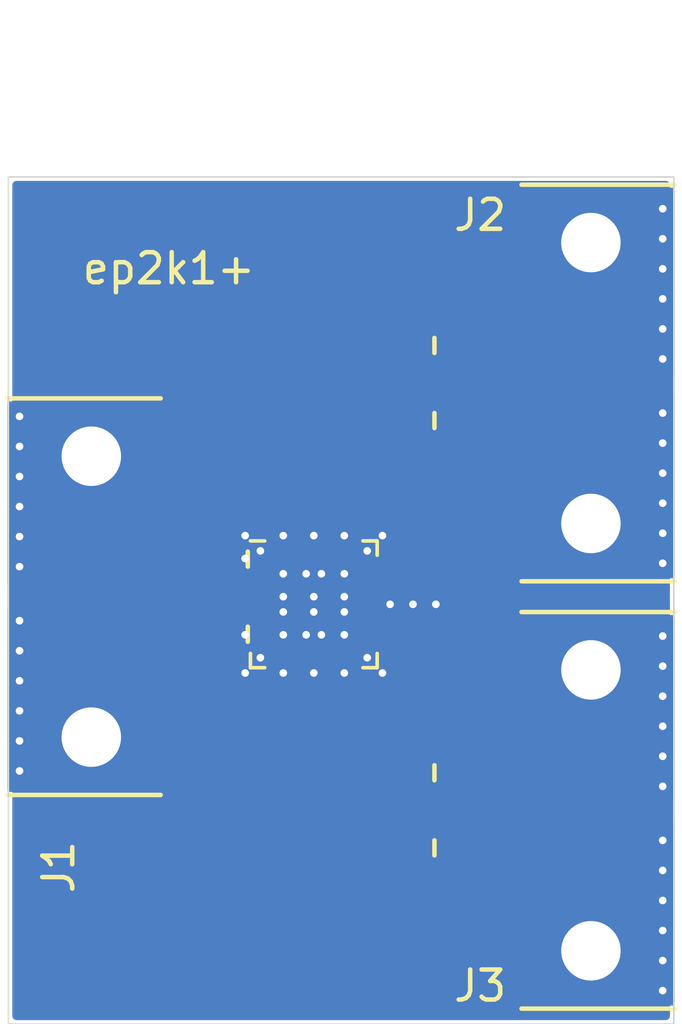
<source format=kicad_pcb>
(kicad_pcb (version 20201220) (generator pcbnew)
  (layers (0 "F.Cu" signal) (1 "In1.Cu" signal) (2 "In2.Cu" signal) (31 "B.Cu" signal) (34 "B.Paste" user) (35 "F.Paste" user) (36 "B.SilkS" user "B.Silkscreen") (37 "F.SilkS" user "F.Silkscreen") (38 "B.Mask" user) (39 "F.Mask" user) (44 "Edge.Cuts" user))
  (net 0 "")
  (net 1 "GND")
  (net 2 "Net-(J1-Pad1)")
  (net 3 "Net-(U1-Pad17)")
  (net 4 "Net-(J3-Pad1)")
  (footprint "jtk_rf_footprints:DG1847" (layer "F.Cu") (at 112.268 114.554)
    (fp_text reference "U1" hide)
    (fp_text value "EP2K1+")
    (fp_line (start 2.11 -2.11) (end 2.11 -1.635) (layer "F.SilkS") (width 0.12))
    (fp_line (start 1.635 -2.11) (end 2.11 -2.11) (layer "F.SilkS") (width 0.12))
    (fp_line (start 1.635 2.11) (end 2.11 2.11) (layer "F.SilkS") (width 0.12))
    (fp_line (start -2.11 2.11) (end -2.11 1.635) (layer "F.SilkS") (width 0.12))
    (fp_line (start -1.635 -2.11) (end -2.11 -2.11) (layer "F.SilkS") (width 0.12))
    (fp_line (start 2.11 2.11) (end 2.11 1.635) (layer "F.SilkS") (width 0.12))
    (fp_line (start -1.635 2.11) (end -2.11 2.11) (layer "F.SilkS") (width 0.12))
    (pad "1" smd roundrect (at -1.8525 -1.25) (size 0.51 0.3) (layers "F.Cu" "F.Paste" "F.Mask") (net 1 "GND"))
    (pad "2" smd roundrect (at -1.8525 -0.75) (size 0.51 0.3) (layers "F.Cu" "F.Paste" "F.Mask") (net 1 "GND"))
    (pad "3" smd roundrect (at -1.8525 -0.25) (size 0.51 0.3) (layers "F.Cu" "F.Paste" "F.Mask") (net 2 "Net-(J1-Pad1)"))
    (pad "4" smd roundrect (at -1.8525 0.25) (size 0.51 0.3) (layers "F.Cu" "F.Paste" "F.Mask") (net 1 "GND"))
    (pad "5" smd roundrect (at -1.8525 0.75) (size 0.51 0.3) (layers "F.Cu" "F.Paste" "F.Mask") (net 1 "GND"))
    (pad "6" smd roundrect (at -1.8525 1.25) (size 0.51 0.3) (layers "F.Cu" "F.Paste" "F.Mask") (net 1 "GND"))
    (pad "7" smd roundrect (at -1.25 1.8525 90) (size 0.51 0.3) (layers "F.Cu" "F.Paste" "F.Mask") (net 1 "GND"))
    (pad "8" smd roundrect (at -0.75 1.8525 90) (size 0.51 0.3) (layers "F.Cu" "F.Paste" "F.Mask") (net 1 "GND"))
    (pad "9" smd roundrect (at -0.25 1.8525 90) (size 0.51 0.3) (layers "F.Cu" "F.Paste" "F.Mask") (net 1 "GND"))
    (pad "10" smd roundrect (at 0.25 1.8525 90) (size 0.51 0.3) (layers "F.Cu" "F.Paste" "F.Mask") (net 1 "GND"))
    (pad "11" smd roundrect (at 0.75 1.8525 90) (size 0.51 0.3) (layers "F.Cu" "F.Paste" "F.Mask") (net 1 "GND"))
    (pad "12" smd roundrect (at 1.25 1.8525 90) (size 0.51 0.3) (layers "F.Cu" "F.Paste" "F.Mask") (net 1 "GND"))
    (pad "13" smd roundrect (at 1.8525 1.25) (size 0.51 0.3) (layers "F.Cu" "F.Paste" "F.Mask") (net 1 "GND"))
    (pad "14" smd roundrect (at 1.8525 0.75) (size 0.51 0.3) (layers "F.Cu" "F.Paste" "F.Mask") (net 4 "Net-(J3-Pad1)"))
    (pad "15" smd roundrect (at 1.8525 0.25) (size 0.51 0.3) (layers "F.Cu" "F.Paste" "F.Mask") (net 1 "GND"))
    (pad "16" smd roundrect (at 1.8525 -0.25) (size 0.51 0.3) (layers "F.Cu" "F.Paste" "F.Mask") (net 1 "GND"))
    (pad "17" smd roundrect (at 1.8525 -0.75) (size 0.51 0.3) (layers "F.Cu" "F.Paste" "F.Mask") (net 3 "Net-(U1-Pad17)"))
    (pad "18" smd roundrect (at 1.8525 -1.25) (size 0.51 0.3) (layers "F.Cu" "F.Paste" "F.Mask") (net 1 "GND"))
    (pad "19" smd roundrect (at 1.25 -1.8525 90) (size 0.51 0.3) (layers "F.Cu" "F.Paste" "F.Mask") (net 1 "GND"))
    (pad "20" smd roundrect (at 0.75 -1.8525 90) (size 0.51 0.3) (layers "F.Cu" "F.Paste" "F.Mask") (net 1 "GND"))
    (pad "21" smd roundrect (at 0.25 -1.8525 90) (size 0.51 0.3) (layers "F.Cu" "F.Paste" "F.Mask") (net 1 "GND"))
    (pad "22" smd roundrect (at -0.25 -1.8525 90) (size 0.51 0.3) (layers "F.Cu" "F.Paste" "F.Mask") (net 1 "GND"))
    (pad "23" smd roundrect (at -0.75 -1.8525 90) (size 0.51 0.3) (layers "F.Cu" "F.Paste" "F.Mask") (net 1 "GND"))
    (pad "24" smd roundrect (at -1.25 -1.8525 90) (size 0.51 0.3) (layers "F.Cu" "F.Paste" "F.Mask") (net 1 "GND"))
    (pad "25" smd rect (at 0 0) (size 2.59 2.59) (layers "F.Cu" "F.Mask") (net 1 "GND"))
  )
  (footprint "jtk_rf_footprints:sw_edge_oshpark_4layer" (layer "F.Cu") (at 124.285001 121.412 -90)
    (fp_text reference "J3" (at 5.842 6.477001 180) (layer "F.SilkS"))
    (fp_text value "Conn_Coaxial")
    (fp_line (start -1 8) (end -1.5 8) (layer "F.SilkS") (width 0.15))
    (fp_line (start -6.6 0) (end -6.6 5) (layer "F.SilkS") (width 0.15))
    (fp_line (start 1 8) (end 1.5 8) (layer "F.SilkS") (width 0.15))
    (fp_line (start 6.6 0) (end 6.6 5.1) (layer "F.SilkS") (width 0.15))
    (fp_line (start -6.6 5) (end -6.6 5.1) (layer "F.SilkS") (width 0.15))
    (pad "1" smd rect (at 0 3.04 270) (size 0.41 4.08) (layers "F.Cu") (net 4 "Net-(J3-Pad1)"))
    (pad "1" smd trapezoid (at 0 0.55 270) (size 0.3 0.95) (rect_delta 0 0.11) (layers "F.Cu" "F.Mask") (net 4 "Net-(J3-Pad1)"))
    (pad "2" thru_hole circle (at -5.8 0.4 270) (size 0.5 0.5) (drill 0.254) (layers *.Cu *.Mask) (net 1 "GND"))
    (pad "2" smd trapezoid (at 3.4 0.7 270) (size 5.8 0.2) (rect_delta 0 -0.2) (layers "F.Cu" "F.Mask") (net 1 "GND"))
    (pad "2" thru_hole circle (at -4.8 0.4 270) (size 0.5 0.5) (drill 0.254) (layers *.Cu *.Mask) (net 1 "GND"))
    (pad "2" thru_hole circle (at -4.675 2.79 270) (size 3 3) (drill 1.98) (layers *.Cu *.Mask) (net 1 "GND"))
    (pad "2" smd rect (at -4.775 2.85 90) (size 3.25 4.5) (layers "F.Cu" "F.Mask") (net 1 "GND"))
    (pad "2" smd rect (at 3.4 0.3 90) (size 6 0.6) (layers "F.Cu" "F.Mask") (net 1 "GND"))
    (pad "2" thru_hole circle (at -3.8 0.4 270) (size 0.5 0.5) (drill 0.254) (layers *.Cu *.Mask) (net 1 "GND"))
    (pad "2" smd trapezoid (at -3.4 0.7 270) (size 5.8 0.2) (rect_delta 0 -0.2) (layers "F.Cu" "F.Mask") (net 1 "GND"))
    (pad "2" smd rect (at -3.4 0.3 90) (size 6 0.6) (layers "F.Cu" "F.Mask") (net 1 "GND"))
    (pad "2" thru_hole circle (at -0.8 0.4 270) (size 0.5 0.5) (drill 0.254) (layers *.Cu *.Mask) (net 1 "GND"))
    (pad "2" thru_hole circle (at 6 0.4 270) (size 0.5 0.5) (drill 0.254) (layers *.Cu *.Mask) (net 1 "GND"))
    (pad "2" thru_hole circle (at -1.8 0.4 270) (size 0.5 0.5) (drill 0.254) (layers *.Cu *.Mask) (net 1 "GND"))
    (pad "2" thru_hole circle (at 4 0.4 270) (size 0.5 0.5) (drill 0.254) (layers *.Cu *.Mask) (net 1 "GND"))
    (pad "2" smd rect (at 0 2.55 90) (size 13 5.1) (layers "B.Cu" "B.Mask") (net 1 "GND"))
    (pad "2" thru_hole circle (at 2 0.4 270) (size 0.5 0.5) (drill 0.254) (layers *.Cu *.Mask) (net 1 "GND"))
    (pad "2" thru_hole circle (at 5 0.4 270) (size 0.5 0.5) (drill 0.254) (layers *.Cu *.Mask) (net 1 "GND"))
    (pad "2" thru_hole circle (at 1 0.4 270) (size 0.5 0.5) (drill 0.254) (layers *.Cu *.Mask) (net 1 "GND"))
    (pad "2" thru_hole circle (at 4.675 2.79 270) (size 3 3) (drill 1.98) (layers *.Cu *.Mask) (net 1 "GND"))
    (pad "2" thru_hole circle (at 3 0.4 270) (size 0.5 0.5) (drill 0.254) (layers *.Cu *.Mask) (net 1 "GND"))
    (pad "2" smd rect (at 4.775 2.85 90) (size 3.25 4.5) (layers "F.Cu" "F.Mask") (net 1 "GND"))
    (pad "2" thru_hole circle (at -2.8 0.4 270) (size 0.5 0.5) (drill 0.254) (layers *.Cu *.Mask) (net 1 "GND"))
  )
  (footprint "jtk_rf_footprints:sw_edge_oshpark_4layer" (layer "F.Cu") (at 102.07 114.3 90)
    (fp_text reference "J1" (at -9 1.7 90) (layer "F.SilkS"))
    (fp_text value "Conn_Coaxial")
    (fp_line (start -6.6 5) (end -6.6 5.1) (layer "F.SilkS") (width 0.15))
    (fp_line (start 1 8) (end 1.5 8) (layer "F.SilkS") (width 0.15))
    (fp_line (start 6.6 0) (end 6.6 5.1) (layer "F.SilkS") (width 0.15))
    (fp_line (start -6.6 0) (end -6.6 5) (layer "F.SilkS") (width 0.15))
    (fp_line (start -1 8) (end -1.5 8) (layer "F.SilkS") (width 0.15))
    (pad "1" smd rect (at 0 3.04 90) (size 0.41 4.08) (layers "F.Cu") (net 2 "Net-(J1-Pad1)"))
    (pad "1" smd trapezoid (at 0 0.55 90) (size 0.3 0.95) (rect_delta 0 0.11) (layers "F.Cu" "F.Mask") (net 2 "Net-(J1-Pad1)"))
    (pad "2" thru_hole circle (at 5 0.4 90) (size 0.5 0.5) (drill 0.254) (layers *.Cu *.Mask) (net 1 "GND"))
    (pad "2" thru_hole circle (at 2 0.4 90) (size 0.5 0.5) (drill 0.254) (layers *.Cu *.Mask) (net 1 "GND"))
    (pad "2" smd trapezoid (at 3.4 0.7 90) (size 5.8 0.2) (rect_delta 0 -0.2) (layers "F.Cu" "F.Mask") (net 1 "GND"))
    (pad "2" thru_hole circle (at -0.8 0.4 90) (size 0.5 0.5) (drill 0.254) (layers *.Cu *.Mask) (net 1 "GND"))
    (pad "2" smd rect (at 3.4 0.3 270) (size 6 0.6) (layers "F.Cu" "F.Mask") (net 1 "GND"))
    (pad "2" smd rect (at 4.775 2.85 270) (size 3.25 4.5) (layers "F.Cu" "F.Mask") (net 1 "GND"))
    (pad "2" thru_hole circle (at -5.8 0.4 90) (size 0.5 0.5) (drill 0.254) (layers *.Cu *.Mask) (net 1 "GND"))
    (pad "2" thru_hole circle (at -4.8 0.4 90) (size 0.5 0.5) (drill 0.254) (layers *.Cu *.Mask) (net 1 "GND"))
    (pad "2" thru_hole circle (at -3.8 0.4 90) (size 0.5 0.5) (drill 0.254) (layers *.Cu *.Mask) (net 1 "GND"))
    (pad "2" thru_hole circle (at 3 0.4 90) (size 0.5 0.5) (drill 0.254) (layers *.Cu *.Mask) (net 1 "GND"))
    (pad "2" thru_hole circle (at 6 0.4 90) (size 0.5 0.5) (drill 0.254) (layers *.Cu *.Mask) (net 1 "GND"))
    (pad "2" thru_hole circle (at -1.8 0.4 90) (size 0.5 0.5) (drill 0.254) (layers *.Cu *.Mask) (net 1 "GND"))
    (pad "2" thru_hole circle (at 4.675 2.79 90) (size 3 3) (drill 1.98) (layers *.Cu *.Mask) (net 1 "GND"))
    (pad "2" smd trapezoid (at -3.4 0.7 90) (size 5.8 0.2) (rect_delta 0 -0.2) (layers "F.Cu" "F.Mask") (net 1 "GND"))
    (pad "2" thru_hole circle (at -2.8 0.4 90) (size 0.5 0.5) (drill 0.254) (layers *.Cu *.Mask) (net 1 "GND"))
    (pad "2" smd rect (at 0 2.55 270) (size 13 5.1) (layers "B.Cu" "B.Mask") (net 1 "GND"))
    (pad "2" thru_hole circle (at 4 0.4 90) (size 0.5 0.5) (drill 0.254) (layers *.Cu *.Mask) (net 1 "GND"))
    (pad "2" thru_hole circle (at -4.675 2.79 90) (size 3 3) (drill 1.98) (layers *.Cu *.Mask) (net 1 "GND"))
    (pad "2" smd rect (at -4.775 2.85 270) (size 3.25 4.5) (layers "F.Cu" "F.Mask") (net 1 "GND"))
    (pad "2" smd rect (at -3.4 0.3 270) (size 6 0.6) (layers "F.Cu" "F.Mask") (net 1 "GND"))
    (pad "2" thru_hole circle (at 1 0.4 90) (size 0.5 0.5) (drill 0.254) (layers *.Cu *.Mask) (net 1 "GND"))
  )
  (footprint "jtk_rf_footprints:sw_edge_oshpark_4layer" (layer "F.Cu") (at 124.285001 107.188 -90)
    (fp_text reference "J2" (at -5.588 6.477001 180) (layer "F.SilkS"))
    (fp_text value "Conn_Coaxial")
    (fp_line (start -6.6 0) (end -6.6 5) (layer "F.SilkS") (width 0.15))
    (fp_line (start 6.6 0) (end 6.6 5.1) (layer "F.SilkS") (width 0.15))
    (fp_line (start 1 8) (end 1.5 8) (layer "F.SilkS") (width 0.15))
    (fp_line (start -6.6 5) (end -6.6 5.1) (layer "F.SilkS") (width 0.15))
    (fp_line (start -1 8) (end -1.5 8) (layer "F.SilkS") (width 0.15))
    (pad "1" smd rect (at 0 3.04 270) (size 0.41 4.08) (layers "F.Cu") (net 3 "Net-(U1-Pad17)"))
    (pad "1" smd trapezoid (at 0 0.55 270) (size 0.3 0.95) (rect_delta 0 0.11) (layers "F.Cu" "F.Mask") (net 3 "Net-(U1-Pad17)"))
    (pad "2" thru_hole circle (at -2.8 0.4 270) (size 0.5 0.5) (drill 0.254) (layers *.Cu *.Mask) (net 1 "GND"))
    (pad "2" smd rect (at 0 2.55 90) (size 13 5.1) (layers "B.Cu" "B.Mask") (net 1 "GND"))
    (pad "2" thru_hole circle (at -4.675 2.79 270) (size 3 3) (drill 1.98) (layers *.Cu *.Mask) (net 1 "GND"))
    (pad "2" thru_hole circle (at -1.8 0.4 270) (size 0.5 0.5) (drill 0.254) (layers *.Cu *.Mask) (net 1 "GND"))
    (pad "2" thru_hole circle (at 4 0.4 270) (size 0.5 0.5) (drill 0.254) (layers *.Cu *.Mask) (net 1 "GND"))
    (pad "2" thru_hole circle (at 4.675 2.79 270) (size 3 3) (drill 1.98) (layers *.Cu *.Mask) (net 1 "GND"))
    (pad "2" smd rect (at 3.4 0.3 90) (size 6 0.6) (layers "F.Cu" "F.Mask") (net 1 "GND"))
    (pad "2" thru_hole circle (at -0.8 0.4 270) (size 0.5 0.5) (drill 0.254) (layers *.Cu *.Mask) (net 1 "GND"))
    (pad "2" thru_hole circle (at 6 0.4 270) (size 0.5 0.5) (drill 0.254) (layers *.Cu *.Mask) (net 1 "GND"))
    (pad "2" thru_hole circle (at 2 0.4 270) (size 0.5 0.5) (drill 0.254) (layers *.Cu *.Mask) (net 1 "GND"))
    (pad "2" smd rect (at -4.775 2.85 90) (size 3.25 4.5) (layers "F.Cu" "F.Mask") (net 1 "GND"))
    (pad "2" thru_hole circle (at -4.8 0.4 270) (size 0.5 0.5) (drill 0.254) (layers *.Cu *.Mask) (net 1 "GND"))
    (pad "2" thru_hole circle (at 1 0.4 270) (size 0.5 0.5) (drill 0.254) (layers *.Cu *.Mask) (net 1 "GND"))
    (pad "2" smd rect (at -3.4 0.3 90) (size 6 0.6) (layers "F.Cu" "F.Mask") (net 1 "GND"))
    (pad "2" thru_hole circle (at -5.8 0.4 270) (size 0.5 0.5) (drill 0.254) (layers *.Cu *.Mask) (net 1 "GND"))
    (pad "2" smd trapezoid (at -3.4 0.7 270) (size 5.8 0.2) (rect_delta 0 -0.2) (layers "F.Cu" "F.Mask") (net 1 "GND"))
    (pad "2" smd trapezoid (at 3.4 0.7 270) (size 5.8 0.2) (rect_delta 0 -0.2) (layers "F.Cu" "F.Mask") (net 1 "GND"))
    (pad "2" thru_hole circle (at 3 0.4 270) (size 0.5 0.5) (drill 0.254) (layers *.Cu *.Mask) (net 1 "GND"))
    (pad "2" smd rect (at 4.775 2.85 90) (size 3.25 4.5) (layers "F.Cu" "F.Mask") (net 1 "GND"))
    (pad "2" thru_hole circle (at -3.8 0.4 270) (size 0.5 0.5) (drill 0.254) (layers *.Cu *.Mask) (net 1 "GND"))
    (pad "2" thru_hole circle (at 5 0.4 270) (size 0.5 0.5) (drill 0.254) (layers *.Cu *.Mask) (net 1 "GND"))
  )
  (gr_rect (start 102.1 100.33) (end 124.2568 128.524) (layer "Edge.Cuts") (width 0.05) (fill none))
  (gr_text "ep2k1+" (at 107.442 103.378) (layer "F.SilkS") (effects (font (size 1 1))))
  (segment (start 112.518 114.304) (end 112.268 114.554) (width 0.3) (layer "F.Cu") (net 1))
  (segment (start 113.4564 113.304) (end 113.3348 113.1824) (width 0.3) (layer "F.Cu") (net 1))
  (segment (start 111.518 113.804) (end 112.268 114.554) (width 0.3) (layer "F.Cu") (net 1))
  (segment (start 110.4155 113.804) (end 111.518 113.804) (width 0.3) (layer "F.Cu") (net 1))
  (segment (start 110.4155 114.804) (end 110.4155 115.304) (width 0.3) (layer "F.Cu") (net 1))
  (segment (start 113.518 116.4065) (end 113.518 115.9672) (width 0.3) (layer "F.Cu") (net 1))
  (segment (start 112.518 114.804) (end 112.268 114.554) (width 0.3) (layer "F.Cu") (net 1))
  (segment (start 114.1205 114.5269) (end 114.1476 114.554) (width 0.3) (layer "F.Cu") (net 1))
  (segment (start 110.4155 114.804) (end 112.018 114.804) (width 0.3) (layer "F.Cu") (net 1))
  (segment (start 113.518 115.9672) (end 113.3548 115.804) (width 0.3) (layer "F.Cu") (net 1))
  (segment (start 114.1205 114.304) (end 114.1205 114.5269) (width 0.3) (layer "F.Cu") (net 1))
  (segment (start 114.1205 115.804) (end 113.3548 115.804) (width 0.3) (layer "F.Cu") (net 1))
  (segment (start 110.4155 113.804) (end 110.4155 113.304) (width 0.3) (layer "F.Cu") (net 1))
  (segment (start 114.1476 114.554) (end 116.4336 114.554) (width 0.5) (layer "F.Cu") (net 1))
  (segment (start 113.3548 115.804) (end 113.2332 115.9256) (width 0.3) (layer "F.Cu") (net 1))
  (segment (start 114.1205 113.304) (end 113.4564 113.304) (width 0.3) (layer "F.Cu") (net 1))
  (segment (start 112.018 114.804) (end 112.268 114.554) (width 0.3) (layer "F.Cu") (net 1))
  (segment (start 114.1205 114.804) (end 112.518 114.804) (width 0.3) (layer "F.Cu") (net 1))
  (segment (start 114.1205 112.8505) (end 114.0968 112.8268) (width 0.3) (layer "F.Cu") (net 1))
  (segment (start 114.1205 114.304) (end 112.518 114.304) (width 0.3) (layer "F.Cu") (net 1))
  (segment (start 114.1476 114.554) (end 115.9256 114.554) (width 0.3) (layer "F.Cu") (net 1))
  (segment (start 114.1205 113.304) (end 114.1205 112.8505) (width 0.3) (layer "F.Cu") (net 1))
  (via (at 114.046 116.332) (size 0.48) (drill 0.254) (layers "F.Cu" "B.Cu") (net 1))
  (via (at 112.268 114.808) (size 0.48) (drill 0.254) (layers "F.Cu" "B.Cu") (net 1))
  (via (at 112.268 112.268) (size 0.48) (drill 0.254) (layers "F.Cu" "B.Cu") (net 1))
  (via (at 116.332 114.554) (size 0.48) (drill 0.254) (layers "F.Cu" "B.Cu") (net 1))
  (via (at 114.808 114.554) (size 0.48) (drill 0.254) (layers "F.Cu" "B.Cu") (net 1))
  (via (at 111.252 113.538) (size 0.48) (drill 0.254) (layers "F.Cu" "B.Cu") (net 1))
  (via (at 111.252 114.3) (size 0.48) (drill 0.254) (layers "F.Cu" "B.Cu") (net 1))
  (via (at 112.268 114.3) (size 0.48) (drill 0.254) (layers "F.Cu" "B.Cu") (net 1))
  (via (at 113.284 114.808) (size 0.48) (drill 0.254) (layers "F.Cu" "B.Cu") (net 1))
  (via (at 109.982 113.03) (size 0.48) (drill 0.254) (layers "F.Cu" "B.Cu") (net 1))
  (via (at 111.252 116.84) (size 0.48) (drill 0.254) (layers "F.Cu" "B.Cu") (net 1))
  (via (at 112.014 115.57) (size 0.48) (drill 0.254) (layers "F.Cu" "B.Cu") (net 1))
  (via (at 113.284 116.84) (size 0.48) (drill 0.254) (layers "F.Cu" "B.Cu") (net 1))
  (via (at 112.268 116.84) (size 0.48) (drill 0.254) (layers "F.Cu" "B.Cu") (net 1))
  (via (at 109.982 115.57) (size 0.48) (drill 0.254) (layers "F.Cu" "B.Cu") (net 1))
  (via (at 113.284 112.268) (size 0.48) (drill 0.254) (layers "F.Cu" "B.Cu") (net 1))
  (via (at 111.252 114.808) (size 0.48) (drill 0.254) (layers "F.Cu" "B.Cu") (net 1))
  (via (at 109.982 112.268) (size 0.48) (drill 0.254) (layers "F.Cu" "B.Cu") (net 1))
  (via (at 109.982 116.84) (size 0.48) (drill 0.254) (layers "F.Cu" "B.Cu") (net 1))
  (via (at 110.49 112.776) (size 0.48) (drill 0.254) (layers "F.Cu" "B.Cu") (net 1))
  (via (at 112.522 113.538) (size 0.48) (drill 0.254) (layers "F.Cu" "B.Cu") (net 1))
  (via (at 114.554 112.268) (size 0.48) (drill 0.254) (layers "F.Cu" "B.Cu") (net 1))
  (via (at 112.522 115.57) (size 0.48) (drill 0.254) (layers "F.Cu" "B.Cu") (net 1))
  (via (at 114.046 112.776) (size 0.48) (drill 0.254) (layers "F.Cu" "B.Cu") (net 1))
  (via (at 112.014 113.538) (size 0.48) (drill 0.254) (layers "F.Cu" "B.Cu") (net 1))
  (via (at 115.57 114.554) (size 0.48) (drill 0.254) (layers "F.Cu" "B.Cu") (net 1))
  (via (at 114.554 116.84) (size 0.48) (drill 0.254) (layers "F.Cu" "B.Cu") (net 1))
  (via (at 113.284 113.538) (size 0.48) (drill 0.254) (layers "F.Cu" "B.Cu") (net 1))
  (via (at 111.252 115.57) (size 0.48) (drill 0.254) (layers "F.Cu" "B.Cu") (net 1))
  (via (at 113.284 114.3) (size 0.48) (drill 0.254) (layers "F.Cu" "B.Cu") (net 1))
  (via (at 111.252 112.268) (size 0.48) (drill 0.254) (layers "F.Cu" "B.Cu") (net 1))
  (via (at 113.284 115.57) (size 0.48) (drill 0.254) (layers "F.Cu" "B.Cu") (net 1))
  (via (at 110.49 116.332) (size 0.48) (drill 0.254) (layers "F.Cu" "B.Cu") (net 1))
  (segment (start 105.11 114.3) (end 109.855 114.3) (width 0.39) (layer "F.Cu") (net 2))
  (segment (start 110.4155 114.304) (end 109.859 114.304) (width 0.3) (layer "F.Cu") (net 2))
  (segment (start 109.859 114.304) (end 109.855 114.3) (width 0.3) (layer "F.Cu") (net 2))
  (segment (start 115.608893 113.499107) (end 116.039107 113.068893) (width 0.39) (layer "F.Cu") (net 3))
  (segment (start 114.796 113.804) (end 114.808 113.792) (width 0.39) (layer "F.Cu") (net 3))
  (segment (start 114.808 113.792) (end 114.901786 113.792) (width 0.39) (layer "F.Cu") (net 3))
  (segment (start 118.872 107.188) (end 119.126 107.188) (width 0.39) (layer "F.Cu") (net 3))
  (segment (start 118.872 107.188) (end 120.92799 107.188) (width 0.39) (layer "F.Cu") (net 3))
  (segment (start 117.762214 107.188) (end 118.872 107.188) (width 0.39) (layer "F.Cu") (net 3))
  (segment (start 116.624893 107.911107) (end 117.055107 107.480893) (width 0.39) (layer "F.Cu") (net 3))
  (segment (start 114.1205 113.804) (end 114.796 113.804) (width 0.3) (layer "F.Cu") (net 3))
  (segment (start 116.332 112.361786) (end 116.332 108.618214) (width 0.39) (layer "F.Cu") (net 3))
  (arc (start 117.055107 107.480893) (mid 117.37953 107.26412) (end 117.762214 107.188) (width 0.39) (layer "F.Cu") (net 3))
  (arc (start 116.332 108.618214) (mid 116.40812 108.235531) (end 116.624893 107.911107) (width 0.39) (layer "F.Cu") (net 3))
  (arc (start 114.901786 113.792) (mid 115.284469 113.71588) (end 115.608893 113.499107) (width 0.39) (layer "F.Cu") (net 3))
  (arc (start 116.332 112.361786) (mid 116.25588 112.744469) (end 116.039107 113.068893) (width 0.39) (layer "F.Cu") (net 3))
  (segment (start 115.608893 115.608893) (end 116.039107 116.039107) (width 0.39) (layer "F.Cu") (net 4))
  (segment (start 117.508214 121.412) (end 119.126 121.412) (width 0.39) (layer "F.Cu") (net 4))
  (segment (start 116.332 117.348) (end 116.332 120.235786) (width 0.39) (layer "F.Cu") (net 4))
  (segment (start 114.796 115.304) (end 114.808 115.316) (width 0.39) (layer "F.Cu") (net 4))
  (segment (start 116.332 116.746214) (end 116.332 117.348) (width 0.39) (layer "F.Cu") (net 4))
  (segment (start 116.624893 120.942893) (end 116.801107 121.119107) (width 0.39) (layer "F.Cu") (net 4))
  (segment (start 114.1205 115.304) (end 114.796 115.304) (width 0.3) (layer "F.Cu") (net 4))
  (segment (start 114.808 115.316) (end 114.901786 115.316) (width 0.39) (layer "F.Cu") (net 4))
  (arc (start 117.508214 121.412) (mid 117.125531 121.33588) (end 116.801107 121.119107) (width 0.39) (layer "F.Cu") (net 4))
  (arc (start 115.608893 115.608893) (mid 115.28447 115.39212) (end 114.901786 115.316) (width 0.39) (layer "F.Cu") (net 4))
  (arc (start 116.332 116.746214) (mid 116.25588 116.363531) (end 116.039107 116.039107) (width 0.39) (layer "F.Cu") (net 4))
  (arc (start 116.332 120.235786) (mid 116.40812 120.618469) (end 116.624893 120.942893) (width 0.39) (layer "F.Cu") (net 4))
  (zone (net 1) (net_name "GND") (layer "F.Cu") (connect_pads yes (clearance 0.7)) (min_thickness 0.254) (fill yes (thermal_gap 0.508) (thermal_bridge_width 0.508))
    (polygon (pts (xy 114.808 117.094) (xy 109.728 117.094) (xy 109.728 112.014) (xy 114.808 112.014)))
  )
  (zone (net 1) (net_name "GND") (layers "In1.Cu" "B.Cu") (connect_pads yes (clearance 0.1308)) (min_thickness 0.254) (fill yes (thermal_gap 0.508) (thermal_bridge_width 0.508))
    (polygon (pts (xy 124.2568 128.524) (xy 102 128.524) (xy 102 100.33) (xy 124.46 100.33)))
  )
)
</source>
